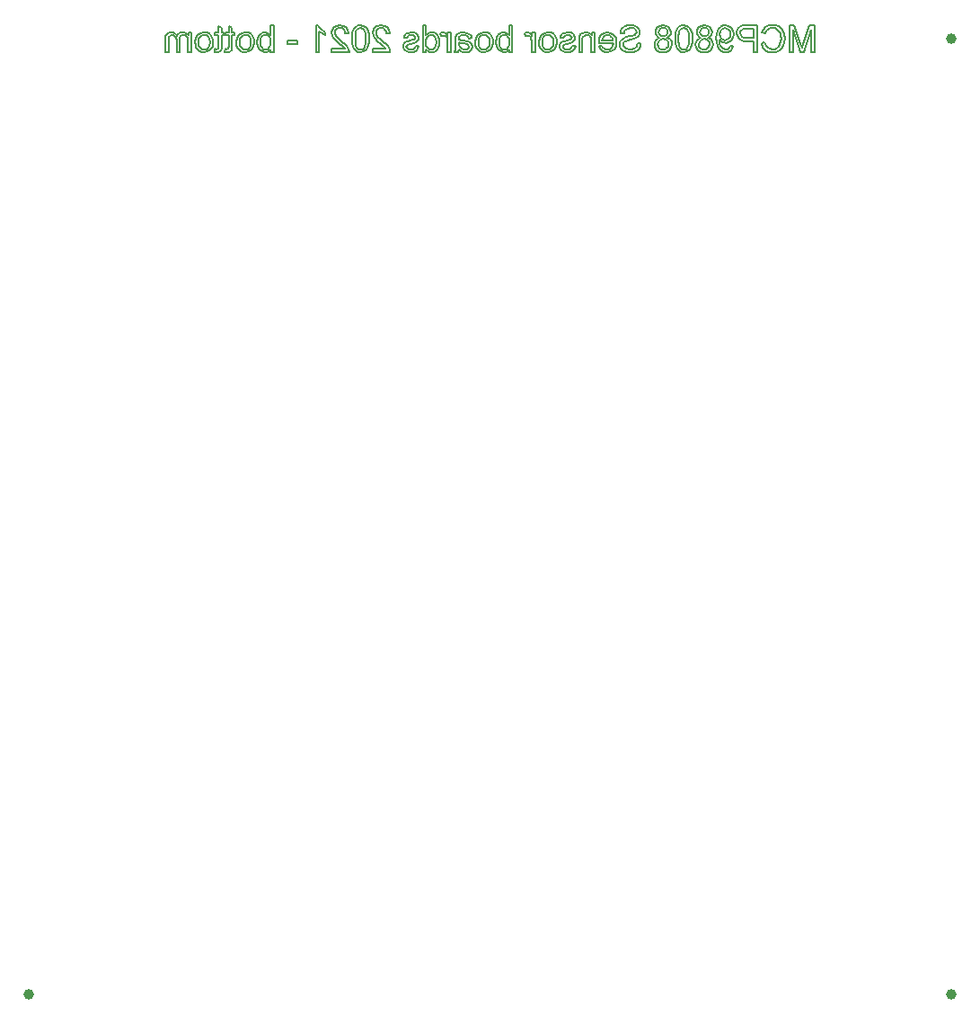
<source format=gbl>
%MOIN*%
%OFA0B0*%
%FSLAX36Y36*%
%IPPOS*%
%LPD*%
%ADD10C,0.03937007874015748*%
%ADD11C,0.0078740157480314977*%
D10*
X000196850Y000196850D03*
X003622047Y000196850D03*
X003622047Y003740157D03*
D11*
X003113698Y003789302D02*
X003094107Y003789302D01*
X003070825Y003719660D01*
X003068041Y003711156D01*
X003066129Y003705101D01*
X003063982Y003711726D01*
X003060896Y003720868D01*
X003037346Y003789302D01*
X003019835Y003789302D01*
X003019835Y003690944D01*
X003032381Y003690944D01*
X003032381Y003773267D01*
X003060963Y003690944D01*
X003072704Y003690944D01*
X003101151Y003774676D01*
X003101151Y003690944D01*
X003113698Y003690944D01*
X003113698Y003789302D01*
X002915640Y003722143D02*
X002921368Y003708011D01*
X002930367Y003697687D01*
X002942183Y003691372D01*
X002956365Y003689267D01*
X002970782Y003690886D01*
X002982229Y003695742D01*
X002991002Y003703667D01*
X002997392Y003714494D01*
X003001292Y003727225D01*
X003002592Y003740861D01*
X003001124Y003755244D01*
X002996721Y003767665D01*
X002989610Y003777729D01*
X002980015Y003785042D01*
X002968635Y003789495D01*
X002956164Y003790980D01*
X002942577Y003789101D01*
X002931339Y003783465D01*
X002922802Y003774425D01*
X002917317Y003762331D01*
X002930132Y003759312D01*
X002934325Y003768588D01*
X002940061Y003774945D01*
X002947408Y003778618D01*
X002956432Y003779842D01*
X002966840Y003778484D01*
X002975386Y003774408D01*
X002981869Y003768042D01*
X002986087Y003759815D01*
X002988402Y003750514D01*
X002989173Y003740929D01*
X002988259Y003729179D01*
X002985517Y003719023D01*
X002980846Y003710846D01*
X002974145Y003705034D01*
X002966110Y003701562D01*
X002957438Y003700404D01*
X002947341Y003701981D01*
X002938921Y003706711D01*
X002932564Y003714544D01*
X002928656Y003725430D01*
X002915640Y003722143D01*
X002899604Y003789302D02*
X002862502Y003789302D01*
X002853864Y003789068D01*
X002847540Y003788363D01*
X002835397Y003783767D01*
X002830977Y003779700D01*
X002827513Y003774274D01*
X002825274Y003767866D01*
X002824528Y003760855D01*
X002826524Y003749273D01*
X002832512Y003739620D01*
X002837309Y003735819D01*
X002843716Y003733104D01*
X002851734Y003731475D01*
X002861362Y003730932D01*
X002886588Y003730932D01*
X002886588Y003690944D01*
X002899604Y003690944D01*
X002899604Y003789302D01*
X002861160Y003742539D02*
X002850375Y003743713D01*
X002843246Y003747235D01*
X002839271Y003752888D01*
X002837946Y003760453D01*
X002838726Y003766181D01*
X002841066Y003771020D01*
X002844681Y003774668D01*
X002849285Y003776823D01*
X002853965Y003777477D01*
X002861429Y003777695D01*
X002886588Y003777695D01*
X002886588Y003742539D01*
X002861160Y003742539D01*
X002799435Y003714762D02*
X002797288Y003707701D01*
X002793799Y003702887D01*
X002789052Y003700119D01*
X002783131Y003699197D01*
X002773369Y003701746D01*
X002766492Y003708556D01*
X002764027Y003713563D01*
X002761997Y003720063D01*
X002760186Y003734823D01*
X002760253Y003737238D01*
X002764538Y003732014D01*
X002770149Y003727879D01*
X002776682Y003725187D01*
X002783735Y003724290D01*
X002795007Y003726504D01*
X002804400Y003733146D01*
X002810740Y003743411D01*
X002812853Y003756494D01*
X002810648Y003769997D01*
X002804031Y003780580D01*
X002794093Y003787424D01*
X002781924Y003789705D01*
X002772740Y003788414D01*
X002764379Y003784539D01*
X002757384Y003778274D01*
X002752302Y003769812D01*
X002749207Y003758113D01*
X002748176Y003742136D01*
X002749199Y003725204D01*
X002752269Y003712112D01*
X002757359Y003702275D01*
X002764446Y003695104D01*
X002773227Y003690726D01*
X002783400Y003689267D01*
X002793883Y003690869D01*
X002802253Y003695674D01*
X002808107Y003703382D01*
X002811042Y003713689D01*
X002799435Y003714762D01*
X002762978Y003766424D02*
X002767130Y003773603D01*
X002773227Y003778182D01*
X002780448Y003779708D01*
X002787979Y003778064D01*
X002794470Y003773133D01*
X002798948Y003765585D01*
X002800441Y003756092D01*
X002799024Y003747579D01*
X002794772Y003740828D01*
X002788440Y003736425D01*
X002780783Y003734957D01*
X002773143Y003736425D01*
X002766995Y003740828D01*
X002762945Y003747831D01*
X002761594Y003757098D01*
X002762978Y003766424D01*
X002724392Y003747621D02*
X002728987Y003752133D01*
X002731705Y003757735D01*
X002732610Y003764344D01*
X002730681Y003774223D01*
X002724895Y003782392D01*
X002715904Y003787877D01*
X002704364Y003789705D01*
X002692740Y003787835D01*
X002683633Y003782224D01*
X002677745Y003773930D01*
X002675783Y003764008D01*
X002676680Y003757610D01*
X002679372Y003752100D01*
X002683893Y003747613D01*
X002690275Y003744283D01*
X002682299Y003740425D01*
X002676487Y003734756D01*
X002672940Y003727544D01*
X002671757Y003719056D01*
X002673988Y003707449D01*
X002680681Y003697855D01*
X002691013Y003691414D01*
X002704163Y003689267D01*
X002717313Y003691422D01*
X002727646Y003697888D01*
X002734338Y003707575D01*
X002736569Y003719392D01*
X002735353Y003728206D01*
X002731705Y003735460D01*
X002725809Y003740903D01*
X002717850Y003744283D01*
X002724392Y003747621D01*
X002719141Y003758406D02*
X002715770Y003753341D01*
X002710604Y003750020D01*
X002704096Y003748913D01*
X002697747Y003750011D01*
X002692657Y003753307D01*
X002689310Y003758197D01*
X002688195Y003764076D01*
X002689344Y003770189D01*
X002692791Y003775247D01*
X002697949Y003778643D01*
X002704230Y003779775D01*
X002710554Y003778668D01*
X002715703Y003775347D01*
X002719125Y003770483D01*
X002720265Y003764747D01*
X002719141Y003758406D01*
X002721708Y003709328D02*
X002714428Y003701847D01*
X002709413Y003699859D01*
X002704029Y003699197D01*
X002696129Y003700589D01*
X002689738Y003704766D01*
X002685511Y003711089D01*
X002684102Y003718922D01*
X002685553Y003726889D01*
X002689906Y003733347D01*
X002696439Y003737624D01*
X002704431Y003739050D01*
X002712223Y003737641D01*
X002718554Y003733414D01*
X002722756Y003727074D01*
X002724157Y003719325D01*
X002721708Y003709328D01*
X002659119Y003755194D02*
X002656426Y003767531D01*
X002651965Y003776949D01*
X002645759Y003783935D01*
X002637766Y003788263D01*
X002627946Y003789705D01*
X002620515Y003788908D01*
X002614057Y003786518D01*
X002608606Y003782627D01*
X002604195Y003777326D01*
X002600723Y003770667D01*
X002598089Y003762700D01*
X002596429Y003752578D01*
X002595875Y003739453D01*
X002596764Y003723811D01*
X002599431Y003711508D01*
X002603868Y003702082D01*
X002610065Y003695071D01*
X002618075Y003690718D01*
X002627946Y003689267D01*
X002640643Y003691817D01*
X002650287Y003699465D01*
X002654544Y003706569D01*
X002657584Y003715601D01*
X002659408Y003726562D01*
X002660016Y003739453D01*
X002659119Y003755194D01*
X002647249Y003728355D02*
X002646186Y003719283D01*
X002644415Y003712236D01*
X002641934Y003707214D01*
X002635603Y003701201D01*
X002627946Y003699197D01*
X002620289Y003701210D01*
X002613957Y003707248D01*
X002611476Y003712280D01*
X002609705Y003719325D01*
X002608642Y003728382D01*
X002608287Y003739453D01*
X002608642Y003750577D01*
X002609705Y003759664D01*
X002611476Y003766713D01*
X002613957Y003771724D01*
X002620322Y003777712D01*
X002628080Y003779708D01*
X002635561Y003777947D01*
X002641364Y003772663D01*
X002644094Y003767216D01*
X002646044Y003759866D01*
X002647214Y003750611D01*
X002647604Y003739453D01*
X002647249Y003728355D01*
X002571554Y003747621D02*
X002576150Y003752133D01*
X002578867Y003757735D01*
X002579773Y003764344D01*
X002577844Y003774223D01*
X002572057Y003782392D01*
X002563067Y003787877D01*
X002551527Y003789705D01*
X002539903Y003787835D01*
X002530795Y003782224D01*
X002524908Y003773930D01*
X002522945Y003764008D01*
X002523843Y003757610D01*
X002526535Y003752100D01*
X002531055Y003747613D01*
X002537437Y003744283D01*
X002529462Y003740425D01*
X002523650Y003734756D01*
X002520102Y003727544D01*
X002518920Y003719056D01*
X002521151Y003707449D01*
X002527843Y003697855D01*
X002538175Y003691414D01*
X002551326Y003689267D01*
X002564476Y003691422D01*
X002574808Y003697888D01*
X002581501Y003707575D01*
X002583731Y003719392D01*
X002582515Y003728206D01*
X002578867Y003735460D01*
X002572971Y003740903D01*
X002565012Y003744283D01*
X002571554Y003747621D01*
X002566304Y003758406D02*
X002562933Y003753341D01*
X002557766Y003750020D01*
X002551258Y003748913D01*
X002544910Y003750011D01*
X002539819Y003753307D01*
X002536473Y003758197D01*
X002535357Y003764076D01*
X002536506Y003770189D01*
X002539953Y003775247D01*
X002545111Y003778643D01*
X002551393Y003779775D01*
X002557716Y003778668D01*
X002562865Y003775347D01*
X002566287Y003770483D01*
X002567428Y003764747D01*
X002566304Y003758406D01*
X002568870Y003709328D02*
X002561591Y003701847D01*
X002556576Y003699859D01*
X002551191Y003699197D01*
X002543291Y003700589D01*
X002536901Y003704766D01*
X002532674Y003711089D01*
X002531265Y003718922D01*
X002532716Y003726889D01*
X002537068Y003733347D01*
X002543601Y003737624D01*
X002551594Y003739050D01*
X002559385Y003737641D01*
X002565717Y003733414D01*
X002569919Y003727074D01*
X002571319Y003719325D01*
X002568870Y003709328D01*
X002456255Y003723619D02*
X002454804Y003716901D01*
X002452196Y003711508D01*
X002448128Y003707231D01*
X002442300Y003703860D01*
X002435171Y003701671D01*
X002427204Y003700941D01*
X002414054Y003703155D01*
X002409080Y003705780D01*
X002405566Y003709227D01*
X002403478Y003713261D01*
X002402782Y003717647D01*
X002403453Y003721983D01*
X002405466Y003725732D01*
X002409022Y003728911D01*
X002414322Y003731536D01*
X002420679Y003733506D01*
X002431833Y003736333D01*
X002443356Y003739494D01*
X002450820Y003742472D01*
X002456968Y003746606D01*
X002461320Y003751630D01*
X002463912Y003757425D01*
X002464776Y003763874D01*
X002463719Y003771078D01*
X002460549Y003777796D01*
X002455349Y003783491D01*
X002448204Y003787625D01*
X002439633Y003790141D01*
X002430156Y003790980D01*
X002419865Y003790099D01*
X002410867Y003787457D01*
X002403478Y003783105D01*
X002398018Y003777092D01*
X002394563Y003769795D01*
X002393188Y003761593D01*
X002405667Y003760654D01*
X002407873Y003768839D01*
X002412477Y003774743D01*
X002419664Y003778316D01*
X002429619Y003779507D01*
X002439826Y003778425D01*
X002446828Y003775179D01*
X002450879Y003770407D01*
X002452229Y003764747D01*
X002451273Y003759916D01*
X002448405Y003756024D01*
X002445770Y003754303D01*
X002441620Y003752561D01*
X002435957Y003750797D01*
X002428780Y003749013D01*
X002415404Y003745650D01*
X002407009Y003742740D01*
X002399545Y003738253D01*
X002394328Y003732710D01*
X002391259Y003726177D01*
X002390236Y003718721D01*
X002391359Y003711097D01*
X002394731Y003703927D01*
X002400207Y003697754D01*
X002407646Y003693125D01*
X002416595Y003690232D01*
X002426600Y003689267D01*
X002438870Y003690240D01*
X002448975Y003693158D01*
X002457027Y003698031D01*
X002463132Y003704866D01*
X002467049Y003713194D01*
X002468533Y003722545D01*
X002456255Y003723619D01*
X002312743Y003712347D02*
X002316953Y003702635D01*
X002323680Y003695373D01*
X002332771Y003690844D01*
X002344076Y003689334D01*
X002358090Y003691741D01*
X002368867Y003698962D01*
X002375735Y003710527D01*
X002378025Y003725967D01*
X002375710Y003741935D01*
X002368766Y003753877D01*
X002358132Y003761325D01*
X002344747Y003763807D01*
X002331764Y003761375D01*
X002321398Y003754079D01*
X002314605Y003742371D01*
X002312341Y003726705D01*
X002312408Y003723484D01*
X002365545Y003723484D01*
X002363549Y003713119D01*
X002358903Y003705504D01*
X002352194Y003700824D01*
X002344009Y003699264D01*
X002337853Y003700136D01*
X002332670Y003702753D01*
X002328460Y003707281D01*
X002325223Y003713890D01*
X002312743Y003712347D01*
X002325088Y003733414D02*
X002326632Y003741281D01*
X002329651Y003746900D01*
X002336276Y003752133D01*
X002344612Y003753877D01*
X002352269Y003752485D01*
X002358601Y003748309D01*
X002363004Y003741801D01*
X002364875Y003733414D01*
X002325088Y003733414D01*
X002297580Y003762197D02*
X002286711Y003762197D01*
X002286711Y003752066D01*
X002282350Y003757203D01*
X002277117Y003760872D01*
X002271012Y003763073D01*
X002264034Y003763807D01*
X002252192Y003761493D01*
X002247470Y003758817D01*
X002244107Y003755421D01*
X002240350Y003746497D01*
X002239847Y003741885D01*
X002239679Y003734756D01*
X002239679Y003690944D01*
X002251756Y003690944D01*
X002251756Y003734286D01*
X002252108Y003740736D01*
X002253165Y003745323D01*
X002258163Y003751160D01*
X002266584Y003753341D01*
X002273771Y003752116D01*
X002279901Y003748443D01*
X002284103Y003741348D01*
X002285504Y003729858D01*
X002285504Y003690944D01*
X002297580Y003690944D01*
X002297580Y003762197D01*
X002214050Y003714091D02*
X002212146Y003707751D01*
X002208448Y003703088D01*
X002202938Y003700220D01*
X002195599Y003699264D01*
X002188353Y003700111D01*
X002183254Y003702652D01*
X002180235Y003706334D01*
X002179229Y003710603D01*
X002180118Y003714259D01*
X002182785Y003717043D01*
X002187112Y003718872D01*
X002195130Y003721136D01*
X002206376Y003724264D01*
X002213547Y003726940D01*
X002221329Y003733716D01*
X002223317Y003738270D01*
X002223980Y003743277D01*
X002221799Y003752100D01*
X002215861Y003758842D01*
X002208179Y003762365D01*
X002197746Y003763807D01*
X002183019Y003761392D01*
X002177509Y003758549D01*
X002173660Y003754850D01*
X002171110Y003750028D01*
X002169500Y003743814D01*
X002181309Y003742203D01*
X002182877Y003747101D01*
X002185971Y003750791D01*
X002190626Y003753106D01*
X002196874Y003753877D01*
X002204003Y003753190D01*
X002208749Y003751127D01*
X002211416Y003748141D01*
X002212305Y003744686D01*
X002210829Y003740459D01*
X002206200Y003737238D01*
X002202627Y003736131D01*
X002195532Y003734152D01*
X002184655Y003731041D01*
X002177652Y003728550D01*
X002169701Y003722210D01*
X002167538Y003717547D01*
X002166816Y003711877D01*
X002167697Y003706015D01*
X002170339Y003700505D01*
X002174641Y003695775D01*
X002180503Y003692253D01*
X002187582Y003690064D01*
X002195532Y003689334D01*
X002207768Y003690777D01*
X002216700Y003695104D01*
X002222663Y003702266D01*
X002225992Y003712213D01*
X002214050Y003714091D01*
X002156266Y003735825D02*
X002154203Y003743797D01*
X002150764Y003750485D01*
X002145951Y003755890D01*
X002135752Y003761828D01*
X002123542Y003763807D01*
X002110190Y003761400D01*
X002099522Y003754179D01*
X002092528Y003742715D01*
X002090196Y003727577D01*
X002091228Y003715291D01*
X002094323Y003705940D01*
X002099388Y003698937D01*
X002106332Y003693695D01*
X002114576Y003690424D01*
X002123542Y003689334D01*
X002137069Y003691733D01*
X002147729Y003698928D01*
X002154647Y003710636D01*
X002156954Y003726571D01*
X002156266Y003735825D01*
X002143049Y003714603D02*
X002138570Y003706074D01*
X002131828Y003700966D01*
X002123542Y003699264D01*
X002115306Y003700975D01*
X002108580Y003706107D01*
X002104101Y003714746D01*
X002102609Y003726973D01*
X002104110Y003738589D01*
X002108613Y003747000D01*
X002115348Y003752108D01*
X002123542Y003753810D01*
X002131828Y003752116D01*
X002138570Y003747034D01*
X002143049Y003738530D01*
X002144542Y003726571D01*
X002143049Y003714603D01*
X002076174Y003762197D02*
X002065305Y003762197D01*
X002065305Y003751395D01*
X002061305Y003757685D01*
X002057623Y003761392D01*
X002049874Y003763807D01*
X002043718Y003762834D01*
X002037461Y003759916D01*
X002041621Y003748711D01*
X002046049Y003750674D01*
X002050477Y003751328D01*
X002057589Y003748946D01*
X002062085Y003742337D01*
X002064097Y003728248D01*
X002064097Y003690944D01*
X002076174Y003690944D01*
X002076174Y003762197D01*
X001992174Y003690944D02*
X001992174Y003789302D01*
X001980097Y003789302D01*
X001980097Y003754213D01*
X001971392Y003761409D01*
X001960573Y003763807D01*
X001954174Y003763145D01*
X001948127Y003761157D01*
X001938466Y003753710D01*
X001932528Y003742136D01*
X001930381Y003727644D01*
X001932646Y003711408D01*
X001939439Y003699331D01*
X001949402Y003691833D01*
X001961177Y003689334D01*
X001967144Y003689993D01*
X001972432Y003691968D01*
X001977040Y003695259D01*
X001980969Y003699868D01*
X001980969Y003690944D01*
X001992174Y003690944D01*
X001980231Y003716071D02*
X001977615Y003708590D01*
X001970905Y003701595D01*
X001962183Y003699264D01*
X001954803Y003700983D01*
X001948496Y003706141D01*
X001944169Y003714704D01*
X001942726Y003726638D01*
X001944110Y003738765D01*
X001948262Y003747235D01*
X001954375Y003752217D01*
X001961647Y003753877D01*
X001969027Y003752158D01*
X001975333Y003747000D01*
X001979661Y003738589D01*
X001981103Y003727107D01*
X001980231Y003716071D01*
X001919495Y003735825D02*
X001917432Y003743797D01*
X001913994Y003750485D01*
X001909180Y003755890D01*
X001898982Y003761828D01*
X001886771Y003763807D01*
X001873419Y003761400D01*
X001862752Y003754179D01*
X001855757Y003742715D01*
X001853426Y003727577D01*
X001854457Y003715291D01*
X001857552Y003705940D01*
X001862618Y003698937D01*
X001869562Y003693695D01*
X001877806Y003690424D01*
X001886771Y003689334D01*
X001900299Y003691733D01*
X001910958Y003698928D01*
X001917877Y003710636D01*
X001920183Y003726571D01*
X001919495Y003735825D01*
X001906278Y003714603D02*
X001901800Y003706074D01*
X001895057Y003700966D01*
X001886771Y003699264D01*
X001878535Y003700975D01*
X001871809Y003706107D01*
X001867331Y003714746D01*
X001865838Y003726973D01*
X001867339Y003738589D01*
X001871843Y003747000D01*
X001878577Y003752108D01*
X001886771Y003753810D01*
X001895057Y003752116D01*
X001901800Y003747034D01*
X001906278Y003738530D01*
X001907771Y003726571D01*
X001906278Y003714603D01*
X001799357Y003694869D02*
X001805689Y003691682D01*
X001819007Y003689334D01*
X001829390Y003690768D01*
X001837055Y003695071D01*
X001841785Y003701604D01*
X001843362Y003709730D01*
X001840980Y003719291D01*
X001834740Y003726235D01*
X001826052Y003730194D01*
X001821590Y003731116D01*
X001815317Y003732005D01*
X001802620Y003733917D01*
X001793780Y003736165D01*
X001793713Y003739318D01*
X001794569Y003745608D01*
X001797135Y003749718D01*
X001802888Y003752787D01*
X001810889Y003753810D01*
X001818294Y003753064D01*
X001823469Y003750825D01*
X001827000Y003746690D01*
X001829474Y003740258D01*
X001841282Y003741868D01*
X001839152Y003748720D01*
X001835982Y003754112D01*
X001831470Y003758239D01*
X001825314Y003761291D01*
X001809145Y003763807D01*
X001800875Y003763270D01*
X001794317Y003761660D01*
X001789369Y003759237D01*
X001785930Y003756259D01*
X001782173Y003748040D01*
X001781720Y003743713D01*
X001781569Y003736903D01*
X001781569Y003720801D01*
X001781521Y003713154D01*
X001781376Y003707055D01*
X001781135Y003702503D01*
X001780798Y003699499D01*
X001777745Y003690944D01*
X001790359Y003690944D01*
X001792774Y003699734D01*
X001799357Y003694869D01*
X001801999Y003724222D02*
X001813506Y003722143D01*
X001819863Y003721002D01*
X001824039Y003719727D01*
X001828803Y003715802D01*
X001830480Y003710066D01*
X001829566Y003705638D01*
X001826823Y003702015D01*
X001822320Y003699599D01*
X001816122Y003698794D01*
X001809530Y003699557D01*
X001803710Y003701847D01*
X001798997Y003705462D01*
X001795726Y003710200D01*
X001794267Y003715266D01*
X001793780Y003722277D01*
X001793780Y003726705D01*
X001801999Y003724222D01*
X001762985Y003762197D02*
X001752116Y003762197D01*
X001752116Y003751395D01*
X001748115Y003757685D01*
X001744433Y003761392D01*
X001736684Y003763807D01*
X001730528Y003762834D01*
X001724272Y003759916D01*
X001728432Y003748711D01*
X001732860Y003750674D01*
X001737288Y003751328D01*
X001744400Y003748946D01*
X001748895Y003742337D01*
X001750908Y003728248D01*
X001750908Y003690944D01*
X001762985Y003690944D01*
X001762985Y003762197D01*
X001670866Y003699935D02*
X001674653Y003695297D01*
X001679236Y003691984D01*
X001684616Y003689997D01*
X001690793Y003689334D01*
X001698970Y003690508D01*
X001706459Y003694031D01*
X001712799Y003699658D01*
X001717529Y003707147D01*
X001720473Y003716196D01*
X001721454Y003726504D01*
X001720565Y003736677D01*
X001717898Y003745860D01*
X001713453Y003753534D01*
X001707230Y003759178D01*
X001699699Y003762650D01*
X001691329Y003763807D01*
X001685241Y003763128D01*
X001679857Y003761090D01*
X001671671Y003754012D01*
X001671671Y003789302D01*
X001659662Y003789302D01*
X001659662Y003690944D01*
X001670866Y003690944D01*
X001670866Y003699935D01*
X001707600Y003714544D02*
X001703272Y003706040D01*
X001696982Y003700958D01*
X001689652Y003699264D01*
X001682331Y003700883D01*
X001676200Y003705738D01*
X001672049Y003713915D01*
X001670665Y003725497D01*
X001672074Y003738178D01*
X001676301Y003746967D01*
X001682591Y003752100D01*
X001690189Y003753810D01*
X001697578Y003752167D01*
X001703641Y003747235D01*
X001707692Y003738765D01*
X001709042Y003726504D01*
X001707600Y003714544D01*
X001633563Y003714091D02*
X001631659Y003707751D01*
X001627960Y003703088D01*
X001622450Y003700220D01*
X001615112Y003699264D01*
X001607866Y003700111D01*
X001602767Y003702652D01*
X001599748Y003706334D01*
X001598741Y003710603D01*
X001599630Y003714259D01*
X001602297Y003717043D01*
X001606625Y003718872D01*
X001614642Y003721136D01*
X001625889Y003724264D01*
X001633059Y003726940D01*
X001640842Y003733716D01*
X001642830Y003738270D01*
X001643492Y003743277D01*
X001641312Y003752100D01*
X001635374Y003758842D01*
X001627692Y003762365D01*
X001617259Y003763807D01*
X001602532Y003761392D01*
X001597022Y003758549D01*
X001593173Y003754850D01*
X001590623Y003750028D01*
X001589013Y003743814D01*
X001600821Y003742203D01*
X001602390Y003747101D01*
X001605484Y003750791D01*
X001610139Y003753106D01*
X001616387Y003753877D01*
X001623515Y003753190D01*
X001628262Y003751127D01*
X001630929Y003748141D01*
X001631818Y003744686D01*
X001630342Y003740459D01*
X001625713Y003737238D01*
X001622140Y003736131D01*
X001615045Y003734152D01*
X001604168Y003731041D01*
X001597165Y003728550D01*
X001589214Y003722210D01*
X001587050Y003717547D01*
X001586329Y003711877D01*
X001587210Y003706015D01*
X001589852Y003700505D01*
X001594154Y003695775D01*
X001600016Y003692253D01*
X001607094Y003690064D01*
X001615045Y003689334D01*
X001627281Y003690777D01*
X001636213Y003695104D01*
X001642176Y003702266D01*
X001645505Y003712213D01*
X001633563Y003714091D01*
X001473680Y003690944D02*
X001538693Y003690944D01*
X001537284Y003699331D01*
X001534055Y003705923D01*
X001529334Y003712414D01*
X001522650Y003719358D01*
X001513533Y003727309D01*
X001506166Y003733542D01*
X001500098Y003739092D01*
X001495330Y003743958D01*
X001491862Y003748141D01*
X001487636Y003755613D01*
X001486227Y003762667D01*
X001487510Y003769284D01*
X001491359Y003774777D01*
X001497272Y003778475D01*
X001504744Y003779708D01*
X001512594Y003778400D01*
X001518700Y003774475D01*
X001522641Y003768235D01*
X001524000Y003759983D01*
X001536412Y003761258D01*
X001533376Y003773494D01*
X001526818Y003782425D01*
X001517073Y003787885D01*
X001504476Y003789705D01*
X001491795Y003787743D01*
X001482067Y003781855D01*
X001475878Y003773066D01*
X001473815Y003762398D01*
X001476230Y003750791D01*
X001479442Y003744937D01*
X001484247Y003738782D01*
X001491703Y003731301D01*
X001502866Y003721472D01*
X001511789Y003713815D01*
X001516821Y003709093D01*
X001521920Y003702551D01*
X001473680Y003702551D01*
X001473680Y003690944D01*
X001459834Y003755194D02*
X001457142Y003767531D01*
X001452680Y003776949D01*
X001446474Y003783935D01*
X001438482Y003788263D01*
X001428661Y003789705D01*
X001421230Y003788908D01*
X001414773Y003786518D01*
X001409322Y003782627D01*
X001404910Y003777326D01*
X001401438Y003770667D01*
X001398805Y003762700D01*
X001397144Y003752578D01*
X001396591Y003739453D01*
X001397480Y003723811D01*
X001400147Y003711508D01*
X001404583Y003702082D01*
X001410781Y003695071D01*
X001418790Y003690718D01*
X001428661Y003689267D01*
X001441358Y003691817D01*
X001451003Y003699465D01*
X001455259Y003706569D01*
X001458299Y003715601D01*
X001460123Y003726562D01*
X001460731Y003739453D01*
X001459834Y003755194D01*
X001447965Y003728355D02*
X001446902Y003719283D01*
X001445130Y003712236D01*
X001442650Y003707214D01*
X001436318Y003701201D01*
X001428661Y003699197D01*
X001421004Y003701210D01*
X001414672Y003707248D01*
X001412192Y003712280D01*
X001410420Y003719325D01*
X001409357Y003728382D01*
X001409003Y003739453D01*
X001409357Y003750577D01*
X001410420Y003759664D01*
X001412192Y003766713D01*
X001414672Y003771724D01*
X001421038Y003777712D01*
X001428795Y003779708D01*
X001436276Y003777947D01*
X001442080Y003772663D01*
X001444809Y003767216D01*
X001446759Y003759866D01*
X001447929Y003750611D01*
X001448319Y003739453D01*
X001447965Y003728355D01*
X001320843Y003690944D02*
X001385856Y003690944D01*
X001384447Y003699331D01*
X001381218Y003705923D01*
X001376496Y003712414D01*
X001369812Y003719358D01*
X001360696Y003727309D01*
X001353328Y003733542D01*
X001347261Y003739092D01*
X001342493Y003743958D01*
X001339025Y003748141D01*
X001334798Y003755613D01*
X001333389Y003762667D01*
X001334672Y003769284D01*
X001338522Y003774777D01*
X001344434Y003778475D01*
X001351907Y003779708D01*
X001359757Y003778400D01*
X001365862Y003774475D01*
X001369804Y003768235D01*
X001371162Y003759983D01*
X001383575Y003761258D01*
X001380539Y003773494D01*
X001373980Y003782425D01*
X001364235Y003787885D01*
X001351638Y003789705D01*
X001338958Y003787743D01*
X001329229Y003781855D01*
X001323040Y003773066D01*
X001320977Y003762398D01*
X001323392Y003750791D01*
X001326604Y003744937D01*
X001331410Y003738782D01*
X001338866Y003731301D01*
X001350028Y003721472D01*
X001358952Y003713815D01*
X001363984Y003709093D01*
X001369083Y003702551D01*
X001320843Y003702551D01*
X001320843Y003690944D01*
X001274482Y003690944D02*
X001274482Y003767900D01*
X001279522Y003763740D01*
X001285921Y003759580D01*
X001298635Y003753341D01*
X001298635Y003765015D01*
X001280923Y003776555D01*
X001274448Y003783231D01*
X001270188Y003789705D01*
X001262405Y003789705D01*
X001262405Y003690944D01*
X001274482Y003690944D01*
X001194641Y003732609D02*
X001157539Y003732609D01*
X001157539Y003720465D01*
X001194641Y003720465D01*
X001194641Y003732609D01*
X001106079Y003690944D02*
X001106079Y003789302D01*
X001094002Y003789302D01*
X001094002Y003754213D01*
X001085297Y003761409D01*
X001074478Y003763807D01*
X001068079Y003763145D01*
X001062032Y003761157D01*
X001052371Y003753710D01*
X001046433Y003742136D01*
X001044286Y003727644D01*
X001046551Y003711408D01*
X001053344Y003699331D01*
X001063307Y003691833D01*
X001075082Y003689334D01*
X001081049Y003689993D01*
X001086337Y003691968D01*
X001090945Y003695259D01*
X001094874Y003699868D01*
X001094874Y003690944D01*
X001106079Y003690944D01*
X001094136Y003716071D02*
X001091520Y003708590D01*
X001084810Y003701595D01*
X001076088Y003699264D01*
X001068708Y003700983D01*
X001062401Y003706141D01*
X001058074Y003714704D01*
X001056631Y003726638D01*
X001058015Y003738765D01*
X001062166Y003747235D01*
X001068280Y003752217D01*
X001075551Y003753877D01*
X001082932Y003752158D01*
X001089238Y003747000D01*
X001093566Y003738589D01*
X001095008Y003727107D01*
X001094136Y003716071D01*
X001033400Y003735825D02*
X001031337Y003743797D01*
X001027899Y003750485D01*
X001023085Y003755890D01*
X001012887Y003761828D01*
X001000676Y003763807D01*
X000987324Y003761400D01*
X000976657Y003754179D01*
X000969662Y003742715D01*
X000967331Y003727577D01*
X000968362Y003715291D01*
X000971457Y003705940D01*
X000976522Y003698937D01*
X000983466Y003693695D01*
X000991711Y003690424D01*
X001000676Y003689334D01*
X001014203Y003691733D01*
X001024863Y003698928D01*
X001031782Y003710636D01*
X001034088Y003726571D01*
X001033400Y003735825D01*
X001020183Y003714603D02*
X001015705Y003706074D01*
X001008962Y003700966D01*
X001000676Y003699264D01*
X000992440Y003700975D01*
X000985714Y003706107D01*
X000981236Y003714746D01*
X000979743Y003726973D01*
X000981244Y003738589D01*
X000985748Y003747000D01*
X000992482Y003752108D01*
X001000676Y003753810D01*
X001008962Y003752116D01*
X001015705Y003747034D01*
X001020183Y003738530D01*
X001021676Y003726571D01*
X001020183Y003714603D01*
X000925062Y003691079D02*
X000934187Y003690005D01*
X000940024Y003690525D01*
X000944385Y003692085D01*
X000949484Y003697553D01*
X000950591Y003702811D01*
X000950960Y003711810D01*
X000950960Y003752804D01*
X000959816Y003752804D01*
X000959816Y003762197D01*
X000950960Y003762197D01*
X000950960Y003779842D01*
X000938950Y003787088D01*
X000938950Y003762197D01*
X000926807Y003762197D01*
X000926807Y003752804D01*
X000938950Y003752804D01*
X000938950Y003711139D01*
X000938791Y003706896D01*
X000938313Y003704497D01*
X000936233Y003702149D01*
X000932107Y003701277D01*
X000926807Y003701746D01*
X000925062Y003691079D01*
X000886886Y003691079D02*
X000896011Y003690005D01*
X000901848Y003690525D01*
X000906209Y003692085D01*
X000911308Y003697553D01*
X000912415Y003702811D01*
X000912784Y003711810D01*
X000912784Y003752804D01*
X000921640Y003752804D01*
X000921640Y003762197D01*
X000912784Y003762197D01*
X000912784Y003779842D01*
X000900775Y003787088D01*
X000900775Y003762197D01*
X000888631Y003762197D01*
X000888631Y003752804D01*
X000900775Y003752804D01*
X000900775Y003711139D01*
X000900615Y003706896D01*
X000900137Y003704497D01*
X000898057Y003702149D01*
X000893931Y003701277D01*
X000888631Y003701746D01*
X000886886Y003691079D01*
X000880630Y003735825D02*
X000878567Y003743797D01*
X000875128Y003750485D01*
X000870314Y003755890D01*
X000860116Y003761828D01*
X000847905Y003763807D01*
X000834554Y003761400D01*
X000823886Y003754179D01*
X000816892Y003742715D01*
X000814560Y003727577D01*
X000815592Y003715291D01*
X000818686Y003705940D01*
X000823752Y003698937D01*
X000830696Y003693695D01*
X000838940Y003690424D01*
X000847905Y003689334D01*
X000861433Y003691733D01*
X000872092Y003698928D01*
X000879011Y003710636D01*
X000881318Y003726571D01*
X000880630Y003735825D01*
X000867413Y003714603D02*
X000862934Y003706074D01*
X000856191Y003700966D01*
X000847905Y003699264D01*
X000839670Y003700975D01*
X000832944Y003706107D01*
X000828465Y003714746D01*
X000826972Y003726973D01*
X000828474Y003738589D01*
X000832977Y003747000D01*
X000839712Y003752108D01*
X000847905Y003753810D01*
X000856191Y003752116D01*
X000862934Y003747034D01*
X000867413Y003738530D01*
X000868905Y003726571D01*
X000867413Y003714603D01*
X000800404Y003762197D02*
X000789602Y003762197D01*
X000789602Y003752200D01*
X000780678Y003760620D01*
X000774724Y003763010D01*
X000767998Y003763807D01*
X000760794Y003762985D01*
X000755015Y003760520D01*
X000750696Y003756578D01*
X000747870Y003751328D01*
X000743324Y003756788D01*
X000738142Y003760687D01*
X000732321Y003763027D01*
X000725864Y003763807D01*
X000716487Y003762340D01*
X000709560Y003757937D01*
X000705283Y003750481D01*
X000703857Y003739855D01*
X000703857Y003690944D01*
X000715867Y003690944D01*
X000715867Y003735829D01*
X000716160Y003742061D01*
X000717041Y003746262D01*
X000721301Y003751395D01*
X000728547Y003753341D01*
X000735424Y003752091D01*
X000741027Y003748342D01*
X000744750Y003741843D01*
X000745991Y003732341D01*
X000745991Y003690944D01*
X000758068Y003690944D01*
X000758068Y003737238D01*
X000758806Y003744283D01*
X000761020Y003749315D01*
X000764912Y003752334D01*
X000770682Y003753341D01*
X000775588Y003752670D01*
X000780108Y003750657D01*
X000786381Y003742807D01*
X000787841Y003736500D01*
X000788327Y003727913D01*
X000788327Y003690944D01*
X000800404Y003690944D01*
X000800404Y003762197D01*
M02*
</source>
